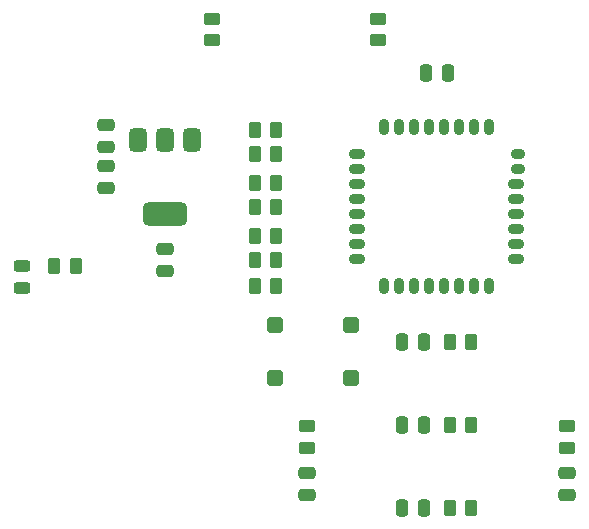
<source format=gbr>
%TF.GenerationSoftware,KiCad,Pcbnew,8.0.1*%
%TF.CreationDate,2024-06-30T18:06:21+09:00*%
%TF.ProjectId,main,6d61696e-2e6b-4696-9361-645f70636258,rev?*%
%TF.SameCoordinates,Original*%
%TF.FileFunction,Paste,Top*%
%TF.FilePolarity,Positive*%
%FSLAX46Y46*%
G04 Gerber Fmt 4.6, Leading zero omitted, Abs format (unit mm)*
G04 Created by KiCad (PCBNEW 8.0.1) date 2024-06-30 18:06:21*
%MOMM*%
%LPD*%
G01*
G04 APERTURE LIST*
G04 Aperture macros list*
%AMRoundRect*
0 Rectangle with rounded corners*
0 $1 Rounding radius*
0 $2 $3 $4 $5 $6 $7 $8 $9 X,Y pos of 4 corners*
0 Add a 4 corners polygon primitive as box body*
4,1,4,$2,$3,$4,$5,$6,$7,$8,$9,$2,$3,0*
0 Add four circle primitives for the rounded corners*
1,1,$1+$1,$2,$3*
1,1,$1+$1,$4,$5*
1,1,$1+$1,$6,$7*
1,1,$1+$1,$8,$9*
0 Add four rect primitives between the rounded corners*
20,1,$1+$1,$2,$3,$4,$5,0*
20,1,$1+$1,$4,$5,$6,$7,0*
20,1,$1+$1,$6,$7,$8,$9,0*
20,1,$1+$1,$8,$9,$2,$3,0*%
G04 Aperture macros list end*
%ADD10RoundRect,0.350000X-0.350000X-0.350000X0.350000X-0.350000X0.350000X0.350000X-0.350000X0.350000X0*%
%ADD11RoundRect,0.375000X-0.375000X0.625000X-0.375000X-0.625000X0.375000X-0.625000X0.375000X0.625000X0*%
%ADD12RoundRect,0.500000X-1.400000X0.500000X-1.400000X-0.500000X1.400000X-0.500000X1.400000X0.500000X0*%
%ADD13RoundRect,0.250000X0.475000X-0.250000X0.475000X0.250000X-0.475000X0.250000X-0.475000X-0.250000X0*%
%ADD14RoundRect,0.250000X-0.250000X-0.475000X0.250000X-0.475000X0.250000X0.475000X-0.250000X0.475000X0*%
%ADD15RoundRect,0.250000X-0.450000X0.262500X-0.450000X-0.262500X0.450000X-0.262500X0.450000X0.262500X0*%
%ADD16RoundRect,0.250000X0.262500X0.450000X-0.262500X0.450000X-0.262500X-0.450000X0.262500X-0.450000X0*%
%ADD17RoundRect,0.243750X0.456250X-0.243750X0.456250X0.243750X-0.456250X0.243750X-0.456250X-0.243750X0*%
%ADD18RoundRect,0.250000X-0.262500X-0.450000X0.262500X-0.450000X0.262500X0.450000X-0.262500X0.450000X0*%
%ADD19RoundRect,0.250000X0.450000X-0.262500X0.450000X0.262500X-0.450000X0.262500X-0.450000X-0.262500X0*%
%ADD20RoundRect,0.250000X-0.475000X0.250000X-0.475000X-0.250000X0.475000X-0.250000X0.475000X0.250000X0*%
%ADD21O,0.900000X1.400000*%
%ADD22O,1.400000X0.900000*%
%ADD23O,1.200000X0.900000*%
G04 APERTURE END LIST*
D10*
%TO.C,PRG*%
X-1700000Y-4000000D03*
X4700000Y-4000000D03*
%TD*%
%TO.C,RST*%
X-1700000Y500000D03*
X4700000Y500000D03*
%TD*%
D11*
%TO.C,U2*%
X-8700000Y16150000D03*
X-11000000Y16150000D03*
D12*
X-11000000Y9850000D03*
D11*
X-13300000Y16150000D03*
%TD*%
D13*
%TO.C,C7*%
X1000000Y-13950000D03*
X1000000Y-12050000D03*
%TD*%
D14*
%TO.C,C10*%
X11050000Y21800000D03*
X12950000Y21800000D03*
%TD*%
D15*
%TO.C,R13*%
X23000000Y-8087500D03*
X23000000Y-9912500D03*
%TD*%
D16*
%TO.C,R9*%
X14912500Y-8000000D03*
X13087500Y-8000000D03*
%TD*%
D17*
%TO.C,PWR*%
X-23100000Y3625000D03*
X-23100000Y5500000D03*
%TD*%
D14*
%TO.C,C8*%
X9050000Y-15000000D03*
X10950000Y-15000000D03*
%TD*%
D18*
%TO.C,R14*%
X-3412500Y3750000D03*
X-1587500Y3750000D03*
%TD*%
D16*
%TO.C,R5*%
X-1587500Y8000000D03*
X-3412500Y8000000D03*
%TD*%
D18*
%TO.C,R2*%
X-3412500Y15000000D03*
X-1587500Y15000000D03*
%TD*%
D15*
%TO.C,R11*%
X1000000Y-8087500D03*
X1000000Y-9912500D03*
%TD*%
D14*
%TO.C,C6*%
X9050000Y-1000000D03*
X10950000Y-1000000D03*
%TD*%
D19*
%TO.C,R7*%
X-7000000Y24587500D03*
X-7000000Y26412500D03*
%TD*%
D18*
%TO.C,R4*%
X-3412500Y10500000D03*
X-1587500Y10500000D03*
%TD*%
%TO.C,R6*%
X-3412500Y6000000D03*
X-1587500Y6000000D03*
%TD*%
D13*
%TO.C,C1*%
X-16000000Y15550000D03*
X-16000000Y17450000D03*
%TD*%
D16*
%TO.C,R1*%
X-1587500Y17000000D03*
X-3412500Y17000000D03*
%TD*%
D20*
%TO.C,C3*%
X-11000000Y6950000D03*
X-11000000Y5050000D03*
%TD*%
D19*
%TO.C,R8*%
X7000000Y24587500D03*
X7000000Y26412500D03*
%TD*%
D16*
%TO.C,R12*%
X14912500Y-15000000D03*
X13087500Y-15000000D03*
%TD*%
%TO.C,R3*%
X-1587500Y12500000D03*
X-3412500Y12500000D03*
%TD*%
%TO.C,R15*%
X-18587500Y5500000D03*
X-20412500Y5500000D03*
%TD*%
D21*
%TO.C,U1*%
X16445000Y17235000D03*
X15175000Y17235000D03*
X13905000Y17235000D03*
X12635000Y17235000D03*
X11365000Y17235000D03*
X10095000Y17235000D03*
X8825000Y17235000D03*
X7555000Y17235000D03*
D22*
X5265000Y14945000D03*
X5265000Y13675000D03*
X5265000Y12405000D03*
X5265000Y11135000D03*
X5265000Y9865000D03*
X5265000Y8595000D03*
X5265000Y7325000D03*
X5265000Y6055000D03*
D21*
X7555000Y3765000D03*
X8825000Y3765000D03*
X10095000Y3765000D03*
X11365000Y3765000D03*
X12635000Y3765000D03*
X13905000Y3765000D03*
X15175000Y3765000D03*
X16445000Y3765000D03*
D22*
X18735000Y6055000D03*
X18735000Y7325000D03*
X18735000Y8595000D03*
X18735000Y9865000D03*
X18735000Y11135000D03*
X18735000Y12405000D03*
D23*
X18835000Y13675000D03*
X18835000Y14945000D03*
%TD*%
D16*
%TO.C,R10*%
X14912500Y-1000000D03*
X13087500Y-1000000D03*
%TD*%
D14*
%TO.C,C5*%
X9050000Y-8000000D03*
X10950000Y-8000000D03*
%TD*%
D20*
%TO.C,C2*%
X-16000000Y13950000D03*
X-16000000Y12050000D03*
%TD*%
D13*
%TO.C,C9*%
X23000000Y-13950000D03*
X23000000Y-12050000D03*
%TD*%
M02*

</source>
